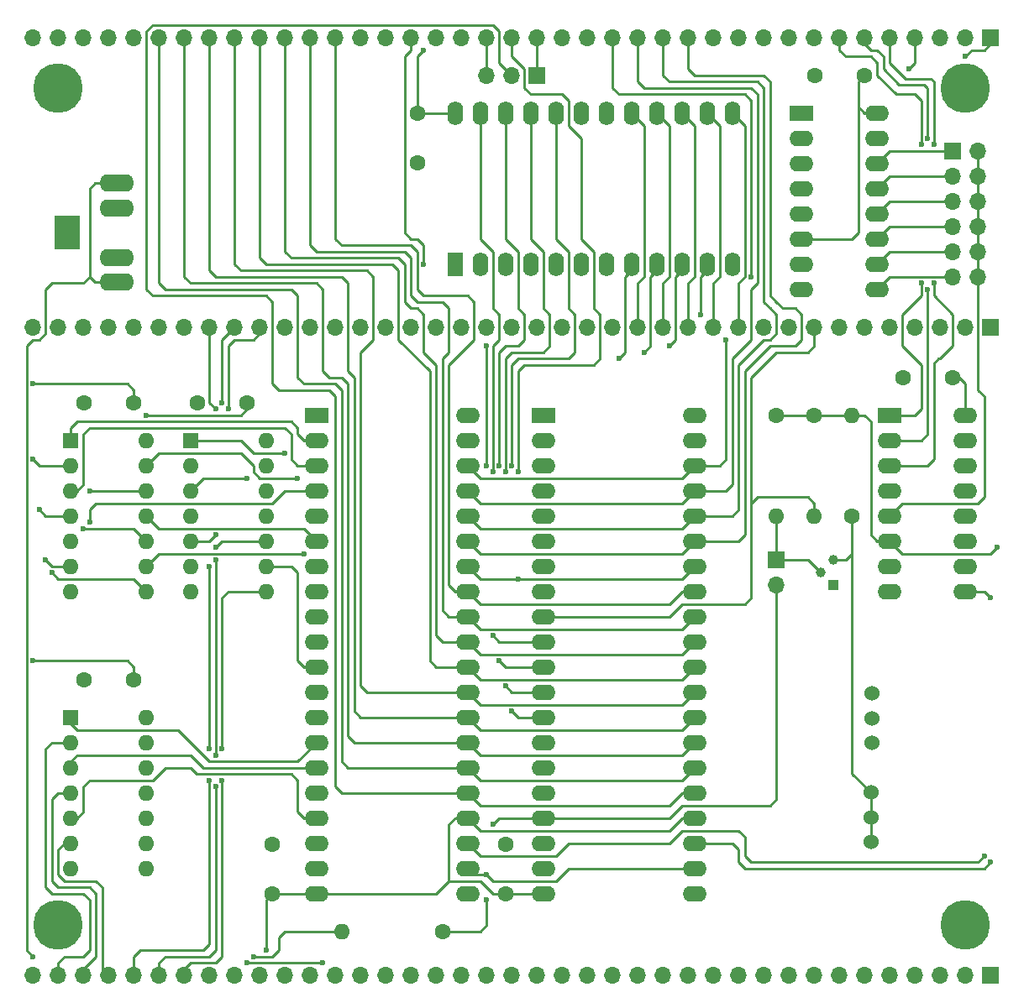
<source format=gtl>
G04 #@! TF.FileFunction,Copper,L1,Top,Signal*
%FSLAX46Y46*%
G04 Gerber Fmt 4.6, Leading zero omitted, Abs format (unit mm)*
G04 Created by KiCad (PCBNEW 4.0.7) date 02/06/20 01:07:45*
%MOMM*%
%LPD*%
G01*
G04 APERTURE LIST*
%ADD10C,0.100000*%
%ADD11C,5.000000*%
%ADD12C,1.600000*%
%ADD13R,2.400000X1.600000*%
%ADD14O,2.400000X1.600000*%
%ADD15R,1.700000X1.700000*%
%ADD16O,1.700000X1.700000*%
%ADD17O,1.600000X1.600000*%
%ADD18R,1.600000X1.600000*%
%ADD19R,1.600000X2.400000*%
%ADD20O,1.600000X2.400000*%
%ADD21C,1.000000*%
%ADD22R,1.000000X1.000000*%
%ADD23C,1.524000*%
%ADD24R,2.500000X3.500000*%
%ADD25O,3.500000X1.750000*%
%ADD26C,0.600000*%
%ADD27C,0.250000*%
G04 APERTURE END LIST*
D10*
D11*
X104140000Y-140335000D03*
X195580000Y-140335000D03*
X195580000Y-55880000D03*
X104140000Y-55880000D03*
D12*
X125730000Y-137160000D03*
X125730000Y-132160000D03*
X194310000Y-85090000D03*
X189310000Y-85090000D03*
D13*
X179070000Y-58420000D03*
D14*
X186690000Y-76200000D03*
X179070000Y-60960000D03*
X186690000Y-73660000D03*
X179070000Y-63500000D03*
X186690000Y-71120000D03*
X179070000Y-66040000D03*
X186690000Y-68580000D03*
X179070000Y-68580000D03*
X186690000Y-66040000D03*
X179070000Y-71120000D03*
X186690000Y-63500000D03*
X179070000Y-73660000D03*
X186690000Y-60960000D03*
X179070000Y-76200000D03*
X186690000Y-58420000D03*
D13*
X130175000Y-88900000D03*
D14*
X145415000Y-137160000D03*
X130175000Y-91440000D03*
X145415000Y-134620000D03*
X130175000Y-93980000D03*
X145415000Y-132080000D03*
X130175000Y-96520000D03*
X145415000Y-129540000D03*
X130175000Y-99060000D03*
X145415000Y-127000000D03*
X130175000Y-101600000D03*
X145415000Y-124460000D03*
X130175000Y-104140000D03*
X145415000Y-121920000D03*
X130175000Y-106680000D03*
X145415000Y-119380000D03*
X130175000Y-109220000D03*
X145415000Y-116840000D03*
X130175000Y-111760000D03*
X145415000Y-114300000D03*
X130175000Y-114300000D03*
X145415000Y-111760000D03*
X130175000Y-116840000D03*
X145415000Y-109220000D03*
X130175000Y-119380000D03*
X145415000Y-106680000D03*
X130175000Y-121920000D03*
X145415000Y-104140000D03*
X130175000Y-124460000D03*
X145415000Y-101600000D03*
X130175000Y-127000000D03*
X145415000Y-99060000D03*
X130175000Y-129540000D03*
X145415000Y-96520000D03*
X130175000Y-132080000D03*
X145415000Y-93980000D03*
X130175000Y-134620000D03*
X145415000Y-91440000D03*
X130175000Y-137160000D03*
X145415000Y-88900000D03*
D13*
X187960000Y-88900000D03*
D14*
X195580000Y-106680000D03*
X187960000Y-91440000D03*
X195580000Y-104140000D03*
X187960000Y-93980000D03*
X195580000Y-101600000D03*
X187960000Y-96520000D03*
X195580000Y-99060000D03*
X187960000Y-99060000D03*
X195580000Y-96520000D03*
X187960000Y-101600000D03*
X195580000Y-93980000D03*
X187960000Y-104140000D03*
X195580000Y-91440000D03*
X187960000Y-106680000D03*
X195580000Y-88900000D03*
D15*
X152400000Y-54610000D03*
D16*
X149860000Y-54610000D03*
X147320000Y-54610000D03*
D12*
X185420000Y-54610000D03*
X180420000Y-54610000D03*
X111760000Y-87630000D03*
X106760000Y-87630000D03*
X123190000Y-87630000D03*
X118190000Y-87630000D03*
D15*
X194310000Y-62230000D03*
D16*
X196850000Y-62230000D03*
X194310000Y-64770000D03*
X196850000Y-64770000D03*
X194310000Y-67310000D03*
X196850000Y-67310000D03*
X194310000Y-69850000D03*
X196850000Y-69850000D03*
X194310000Y-72390000D03*
X196850000Y-72390000D03*
X194310000Y-74930000D03*
X196850000Y-74930000D03*
D15*
X198120000Y-145415000D03*
D16*
X195580000Y-145415000D03*
X193040000Y-145415000D03*
X190500000Y-145415000D03*
X187960000Y-145415000D03*
X185420000Y-145415000D03*
X182880000Y-145415000D03*
X180340000Y-145415000D03*
X177800000Y-145415000D03*
X175260000Y-145415000D03*
X172720000Y-145415000D03*
X170180000Y-145415000D03*
X167640000Y-145415000D03*
X165100000Y-145415000D03*
X162560000Y-145415000D03*
X160020000Y-145415000D03*
X157480000Y-145415000D03*
X154940000Y-145415000D03*
X152400000Y-145415000D03*
X149860000Y-145415000D03*
X147320000Y-145415000D03*
X144780000Y-145415000D03*
X142240000Y-145415000D03*
X139700000Y-145415000D03*
X137160000Y-145415000D03*
X134620000Y-145415000D03*
X132080000Y-145415000D03*
X129540000Y-145415000D03*
X127000000Y-145415000D03*
X124460000Y-145415000D03*
X121920000Y-145415000D03*
X119380000Y-145415000D03*
X116840000Y-145415000D03*
X114300000Y-145415000D03*
X111760000Y-145415000D03*
X109220000Y-145415000D03*
X106680000Y-145415000D03*
X104140000Y-145415000D03*
X101600000Y-145415000D03*
D15*
X198120000Y-80010000D03*
D16*
X195580000Y-80010000D03*
X193040000Y-80010000D03*
X190500000Y-80010000D03*
X187960000Y-80010000D03*
X185420000Y-80010000D03*
X182880000Y-80010000D03*
X180340000Y-80010000D03*
X177800000Y-80010000D03*
X175260000Y-80010000D03*
X172720000Y-80010000D03*
X170180000Y-80010000D03*
X167640000Y-80010000D03*
X165100000Y-80010000D03*
X162560000Y-80010000D03*
X160020000Y-80010000D03*
X157480000Y-80010000D03*
X154940000Y-80010000D03*
X152400000Y-80010000D03*
X149860000Y-80010000D03*
X147320000Y-80010000D03*
X144780000Y-80010000D03*
X142240000Y-80010000D03*
X139700000Y-80010000D03*
X137160000Y-80010000D03*
X134620000Y-80010000D03*
X132080000Y-80010000D03*
X129540000Y-80010000D03*
X127000000Y-80010000D03*
X124460000Y-80010000D03*
X121920000Y-80010000D03*
X119380000Y-80010000D03*
X116840000Y-80010000D03*
X114300000Y-80010000D03*
X111760000Y-80010000D03*
X109220000Y-80010000D03*
X106680000Y-80010000D03*
X104140000Y-80010000D03*
X101600000Y-80010000D03*
D12*
X180340000Y-88900000D03*
D17*
X180340000Y-99060000D03*
D18*
X105410000Y-91440000D03*
D17*
X113030000Y-106680000D03*
X105410000Y-93980000D03*
X113030000Y-104140000D03*
X105410000Y-96520000D03*
X113030000Y-101600000D03*
X105410000Y-99060000D03*
X113030000Y-99060000D03*
X105410000Y-101600000D03*
X113030000Y-96520000D03*
X105410000Y-104140000D03*
X113030000Y-93980000D03*
X105410000Y-106680000D03*
X113030000Y-91440000D03*
D18*
X117475000Y-91440000D03*
D17*
X125095000Y-106680000D03*
X117475000Y-93980000D03*
X125095000Y-104140000D03*
X117475000Y-96520000D03*
X125095000Y-101600000D03*
X117475000Y-99060000D03*
X125095000Y-99060000D03*
X117475000Y-101600000D03*
X125095000Y-96520000D03*
X117475000Y-104140000D03*
X125095000Y-93980000D03*
X117475000Y-106680000D03*
X125095000Y-91440000D03*
D18*
X105410000Y-119380000D03*
D17*
X113030000Y-134620000D03*
X105410000Y-121920000D03*
X113030000Y-132080000D03*
X105410000Y-124460000D03*
X113030000Y-129540000D03*
X105410000Y-127000000D03*
X113030000Y-127000000D03*
X105410000Y-129540000D03*
X113030000Y-124460000D03*
X105410000Y-132080000D03*
X113030000Y-121920000D03*
X105410000Y-134620000D03*
X113030000Y-119380000D03*
D13*
X153035000Y-88900000D03*
D14*
X168275000Y-137160000D03*
X153035000Y-91440000D03*
X168275000Y-134620000D03*
X153035000Y-93980000D03*
X168275000Y-132080000D03*
X153035000Y-96520000D03*
X168275000Y-129540000D03*
X153035000Y-99060000D03*
X168275000Y-127000000D03*
X153035000Y-101600000D03*
X168275000Y-124460000D03*
X153035000Y-104140000D03*
X168275000Y-121920000D03*
X153035000Y-106680000D03*
X168275000Y-119380000D03*
X153035000Y-109220000D03*
X168275000Y-116840000D03*
X153035000Y-111760000D03*
X168275000Y-114300000D03*
X153035000Y-114300000D03*
X168275000Y-111760000D03*
X153035000Y-116840000D03*
X168275000Y-109220000D03*
X153035000Y-119380000D03*
X168275000Y-106680000D03*
X153035000Y-121920000D03*
X168275000Y-104140000D03*
X153035000Y-124460000D03*
X168275000Y-101600000D03*
X153035000Y-127000000D03*
X168275000Y-99060000D03*
X153035000Y-129540000D03*
X168275000Y-96520000D03*
X153035000Y-132080000D03*
X168275000Y-93980000D03*
X153035000Y-134620000D03*
X168275000Y-91440000D03*
X153035000Y-137160000D03*
X168275000Y-88900000D03*
D19*
X144145000Y-73660000D03*
D20*
X172085000Y-58420000D03*
X146685000Y-73660000D03*
X169545000Y-58420000D03*
X149225000Y-73660000D03*
X167005000Y-58420000D03*
X151765000Y-73660000D03*
X164465000Y-58420000D03*
X154305000Y-73660000D03*
X161925000Y-58420000D03*
X156845000Y-73660000D03*
X159385000Y-58420000D03*
X159385000Y-73660000D03*
X156845000Y-58420000D03*
X161925000Y-73660000D03*
X154305000Y-58420000D03*
X164465000Y-73660000D03*
X151765000Y-58420000D03*
X167005000Y-73660000D03*
X149225000Y-58420000D03*
X169545000Y-73660000D03*
X146685000Y-58420000D03*
X172085000Y-73660000D03*
X144145000Y-58420000D03*
D15*
X198120000Y-50800000D03*
D16*
X195580000Y-50800000D03*
X193040000Y-50800000D03*
X190500000Y-50800000D03*
X187960000Y-50800000D03*
X185420000Y-50800000D03*
X182880000Y-50800000D03*
X180340000Y-50800000D03*
X177800000Y-50800000D03*
X175260000Y-50800000D03*
X172720000Y-50800000D03*
X170180000Y-50800000D03*
X167640000Y-50800000D03*
X165100000Y-50800000D03*
X162560000Y-50800000D03*
X160020000Y-50800000D03*
X157480000Y-50800000D03*
X154940000Y-50800000D03*
X152400000Y-50800000D03*
X149860000Y-50800000D03*
X147320000Y-50800000D03*
X144780000Y-50800000D03*
X142240000Y-50800000D03*
X139700000Y-50800000D03*
X137160000Y-50800000D03*
X134620000Y-50800000D03*
X132080000Y-50800000D03*
X129540000Y-50800000D03*
X127000000Y-50800000D03*
X124460000Y-50800000D03*
X121920000Y-50800000D03*
X119380000Y-50800000D03*
X116840000Y-50800000D03*
X114300000Y-50800000D03*
X111760000Y-50800000D03*
X109220000Y-50800000D03*
X106680000Y-50800000D03*
X104140000Y-50800000D03*
X101600000Y-50800000D03*
D12*
X111760000Y-115570000D03*
X106760000Y-115570000D03*
X149225000Y-137160000D03*
X149225000Y-132160000D03*
D21*
X180975000Y-104775000D03*
X182245000Y-103505000D03*
D22*
X182245000Y-106045000D03*
D12*
X184150000Y-99060000D03*
D17*
X184150000Y-88900000D03*
D12*
X176530000Y-88900000D03*
D17*
X176530000Y-99060000D03*
D23*
X186182000Y-121960000D03*
X186055000Y-126960000D03*
X186182000Y-119460000D03*
X186055000Y-129460000D03*
X186055000Y-131960000D03*
X186182000Y-116960000D03*
D24*
X105084000Y-70485000D03*
D25*
X110090000Y-65485000D03*
X110090000Y-75485000D03*
X110090000Y-67985000D03*
X110090000Y-72985000D03*
D15*
X176530000Y-103505000D03*
D16*
X176530000Y-106045000D03*
D12*
X142875000Y-140970000D03*
D17*
X132715000Y-140970000D03*
D12*
X140335000Y-58420000D03*
X140335000Y-63420000D03*
D26*
X140970000Y-52070000D03*
X125095000Y-142875000D03*
X123190000Y-144145000D03*
X101600000Y-113665000D03*
X113030000Y-88900000D03*
X101600000Y-85725000D03*
X130810000Y-144145000D03*
X198755000Y-102235000D03*
X173990000Y-74930000D03*
X171450000Y-81280000D03*
X140970000Y-73660000D03*
X147320000Y-93980000D03*
X147320000Y-81915000D03*
X147320000Y-135255000D03*
X107315000Y-99695000D03*
X128905000Y-102870000D03*
X128270000Y-95250000D03*
X127000000Y-92710000D03*
X123190000Y-95250000D03*
X120015000Y-100965000D03*
X198120000Y-133985000D03*
X198120000Y-107315000D03*
X147955000Y-111125000D03*
X147955000Y-94615000D03*
X148590000Y-93980000D03*
X148590000Y-113665000D03*
X149225000Y-116205000D03*
X149225000Y-94615000D03*
X149860000Y-118745000D03*
X149860000Y-93980000D03*
X195580000Y-52705000D03*
X189865000Y-53975000D03*
X191135000Y-75565000D03*
X191135000Y-61595000D03*
X191770000Y-76200000D03*
X191770000Y-60960000D03*
X192405000Y-75565000D03*
X192405000Y-61595000D03*
X119380000Y-122555000D03*
X119380000Y-125730000D03*
X119380000Y-104140000D03*
X120015000Y-103505000D03*
X120015000Y-102235000D03*
X120015000Y-126365000D03*
X120015000Y-123190000D03*
X120650000Y-125730000D03*
X120650000Y-122555000D03*
X121285000Y-88265000D03*
X120650000Y-87630000D03*
X120015000Y-88265000D03*
X107315000Y-96520000D03*
X106680000Y-100330000D03*
X103505000Y-104775000D03*
X102870000Y-103505000D03*
X102235000Y-98425000D03*
X101600000Y-93345000D03*
X123825000Y-143510000D03*
X101600000Y-143510000D03*
X147320000Y-137795000D03*
X147955000Y-130175000D03*
X197485000Y-133350000D03*
X168910000Y-78740000D03*
X165735000Y-81915000D03*
X163195000Y-82550000D03*
X160655000Y-83185000D03*
X150495000Y-105410000D03*
X150495000Y-94615000D03*
D27*
X140335000Y-58420000D02*
X140335000Y-52705000D01*
X140335000Y-52705000D02*
X140970000Y-52070000D01*
X187960000Y-101600000D02*
X186690000Y-101600000D01*
X185420000Y-88900000D02*
X184150000Y-88900000D01*
X186055000Y-89535000D02*
X185420000Y-88900000D01*
X186055000Y-100965000D02*
X186055000Y-89535000D01*
X186690000Y-101600000D02*
X186055000Y-100965000D01*
X180340000Y-88900000D02*
X184150000Y-88900000D01*
X176530000Y-88900000D02*
X180340000Y-88900000D01*
X144145000Y-135890000D02*
X143510000Y-135890000D01*
X145415000Y-129540000D02*
X144145000Y-129540000D01*
X144145000Y-129540000D02*
X143510000Y-130175000D01*
X143510000Y-130175000D02*
X143510000Y-135890000D01*
X143510000Y-135890000D02*
X142240000Y-137160000D01*
X145415000Y-135890000D02*
X146685000Y-135890000D01*
X146685000Y-135890000D02*
X147955000Y-137160000D01*
X147955000Y-137160000D02*
X149225000Y-137160000D01*
X144145000Y-135890000D02*
X145415000Y-135890000D01*
X130175000Y-137160000D02*
X142240000Y-137160000D01*
X125095000Y-137795000D02*
X125730000Y-137160000D01*
X125095000Y-142875000D02*
X125095000Y-137795000D01*
X123190000Y-144145000D02*
X125730000Y-144145000D01*
X111760000Y-115570000D02*
X111760000Y-114300000D01*
X111125000Y-113665000D02*
X101600000Y-113665000D01*
X111760000Y-114300000D02*
X111125000Y-113665000D01*
X123190000Y-87630000D02*
X123190000Y-88265000D01*
X123190000Y-88265000D02*
X122555000Y-88900000D01*
X122555000Y-88900000D02*
X113030000Y-88900000D01*
X111760000Y-86360000D02*
X111760000Y-87630000D01*
X111125000Y-85725000D02*
X111760000Y-86360000D01*
X101600000Y-85725000D02*
X111125000Y-85725000D01*
X125730000Y-144145000D02*
X130810000Y-144145000D01*
X145415000Y-129540000D02*
X146685000Y-130810000D01*
X167005000Y-129540000D02*
X168275000Y-129540000D01*
X165735000Y-130810000D02*
X167005000Y-129540000D01*
X146685000Y-130810000D02*
X165735000Y-130810000D01*
X149225000Y-137160000D02*
X153035000Y-137160000D01*
X125730000Y-137160000D02*
X130175000Y-137160000D01*
X144145000Y-58420000D02*
X142240000Y-58420000D01*
X142240000Y-58420000D02*
X140335000Y-58420000D01*
X186690000Y-58420000D02*
X185420000Y-58420000D01*
X185420000Y-58420000D02*
X184785000Y-57785000D01*
X184785000Y-58420000D02*
X184785000Y-57785000D01*
X184785000Y-57785000D02*
X184785000Y-55245000D01*
X184785000Y-55245000D02*
X185420000Y-54610000D01*
X184150000Y-71120000D02*
X179070000Y-71120000D01*
X184785000Y-70485000D02*
X184150000Y-71120000D01*
X184785000Y-58420000D02*
X184785000Y-70485000D01*
X187960000Y-101600000D02*
X189230000Y-102870000D01*
X198120000Y-102870000D02*
X198755000Y-102235000D01*
X189230000Y-102870000D02*
X198120000Y-102870000D01*
X194310000Y-85090000D02*
X194945000Y-85090000D01*
X194945000Y-85090000D02*
X195580000Y-85725000D01*
X195580000Y-85725000D02*
X195580000Y-88900000D01*
X172720000Y-101600000D02*
X173355000Y-100965000D01*
X178435000Y-81915000D02*
X179070000Y-81280000D01*
X175895000Y-81915000D02*
X178435000Y-81915000D01*
X173355000Y-84455000D02*
X175895000Y-81915000D01*
X173355000Y-100965000D02*
X173355000Y-84455000D01*
X179070000Y-78740000D02*
X179070000Y-81280000D01*
X178435000Y-78105000D02*
X179070000Y-78740000D01*
X176530000Y-77470000D02*
X177165000Y-78105000D01*
X177165000Y-78105000D02*
X178435000Y-78105000D01*
X168275000Y-101600000D02*
X172720000Y-101600000D01*
X175895000Y-75565000D02*
X175895000Y-76835000D01*
X167640000Y-53975000D02*
X168275000Y-54610000D01*
X168275000Y-54610000D02*
X175260000Y-54610000D01*
X175260000Y-54610000D02*
X175895000Y-55245000D01*
X175895000Y-55245000D02*
X175895000Y-75565000D01*
X167640000Y-53975000D02*
X167640000Y-50800000D01*
X175895000Y-76835000D02*
X176530000Y-77470000D01*
X168275000Y-101600000D02*
X167005000Y-102870000D01*
X146685000Y-102870000D02*
X145415000Y-101600000D01*
X167005000Y-102870000D02*
X146685000Y-102870000D01*
X175895000Y-81280000D02*
X176530000Y-80645000D01*
X175895000Y-81280000D02*
X175260000Y-81280000D01*
X172720000Y-98425000D02*
X172085000Y-99060000D01*
X172720000Y-83820000D02*
X172720000Y-98425000D01*
X175260000Y-81280000D02*
X172720000Y-83820000D01*
X176530000Y-78740000D02*
X175895000Y-78105000D01*
X176530000Y-80645000D02*
X176530000Y-78740000D01*
X165100000Y-54610000D02*
X165735000Y-55245000D01*
X175260000Y-76835000D02*
X175260000Y-77470000D01*
X175260000Y-77470000D02*
X175895000Y-78105000D01*
X165100000Y-50800000D02*
X165100000Y-54610000D01*
X175260000Y-55880000D02*
X175260000Y-76835000D01*
X174625000Y-55245000D02*
X175260000Y-55880000D01*
X165735000Y-55245000D02*
X174625000Y-55245000D01*
X172085000Y-99060000D02*
X168275000Y-99060000D01*
X145415000Y-99060000D02*
X146685000Y-100330000D01*
X167005000Y-100330000D02*
X168275000Y-99060000D01*
X146685000Y-100330000D02*
X167005000Y-100330000D01*
X173355000Y-81915000D02*
X172085000Y-83185000D01*
X173990000Y-81280000D02*
X173355000Y-81915000D01*
X172085000Y-95885000D02*
X171450000Y-96520000D01*
X172085000Y-83185000D02*
X172085000Y-95885000D01*
X173990000Y-76200000D02*
X174625000Y-75565000D01*
X173990000Y-81280000D02*
X173990000Y-76200000D01*
X168275000Y-96520000D02*
X171450000Y-96520000D01*
X162560000Y-55245000D02*
X163195000Y-55880000D01*
X174625000Y-58420000D02*
X174625000Y-75565000D01*
X162560000Y-50800000D02*
X162560000Y-55245000D01*
X174625000Y-56515000D02*
X174625000Y-58420000D01*
X173990000Y-55880000D02*
X174625000Y-56515000D01*
X163195000Y-55880000D02*
X173990000Y-55880000D01*
X168275000Y-96520000D02*
X167005000Y-97790000D01*
X146685000Y-97790000D02*
X145415000Y-96520000D01*
X167005000Y-97790000D02*
X146685000Y-97790000D01*
X171450000Y-81280000D02*
X171450000Y-93345000D01*
X171450000Y-93345000D02*
X170815000Y-93980000D01*
X160020000Y-55880000D02*
X160655000Y-56515000D01*
X173990000Y-57785000D02*
X173990000Y-57150000D01*
X173355000Y-56515000D02*
X172720000Y-56515000D01*
X173990000Y-57150000D02*
X173355000Y-56515000D01*
X160020000Y-50800000D02*
X160020000Y-55880000D01*
X173990000Y-57785000D02*
X173990000Y-74930000D01*
X160655000Y-56515000D02*
X172720000Y-56515000D01*
X170815000Y-93980000D02*
X168275000Y-93980000D01*
X145415000Y-93980000D02*
X146685000Y-95250000D01*
X167005000Y-95250000D02*
X168275000Y-93980000D01*
X146685000Y-95250000D02*
X167005000Y-95250000D01*
X139700000Y-71120000D02*
X139065000Y-70485000D01*
X139065000Y-70485000D02*
X139065000Y-52705000D01*
X147320000Y-135255000D02*
X147955000Y-135890000D01*
X155575000Y-134620000D02*
X154305000Y-135890000D01*
X155575000Y-134620000D02*
X168275000Y-134620000D01*
X147955000Y-135890000D02*
X154305000Y-135890000D01*
X146050000Y-135255000D02*
X147320000Y-135255000D01*
X139700000Y-52070000D02*
X139065000Y-52705000D01*
X139700000Y-52070000D02*
X139700000Y-50800000D01*
X139700000Y-71120000D02*
X140335000Y-71120000D01*
X140335000Y-71120000D02*
X140970000Y-71755000D01*
X140970000Y-71755000D02*
X140970000Y-73660000D01*
X147320000Y-81915000D02*
X147320000Y-93980000D01*
X146050000Y-135255000D02*
X145415000Y-134620000D01*
X168275000Y-106680000D02*
X167005000Y-106680000D01*
X167005000Y-106680000D02*
X165735000Y-107950000D01*
X144780000Y-82550000D02*
X143510000Y-83820000D01*
X132080000Y-71120000D02*
X132715000Y-71755000D01*
X132715000Y-71755000D02*
X139700000Y-71755000D01*
X139700000Y-71755000D02*
X140335000Y-72390000D01*
X140335000Y-72390000D02*
X140335000Y-76200000D01*
X140335000Y-76200000D02*
X140970000Y-76835000D01*
X140970000Y-76835000D02*
X145415000Y-76835000D01*
X145415000Y-76835000D02*
X146050000Y-77470000D01*
X146050000Y-77470000D02*
X146050000Y-81280000D01*
X146050000Y-81280000D02*
X144780000Y-82550000D01*
X132080000Y-50800000D02*
X132080000Y-71120000D01*
X144145000Y-106680000D02*
X145415000Y-106680000D01*
X143510000Y-106045000D02*
X144145000Y-106680000D01*
X143510000Y-83820000D02*
X143510000Y-106045000D01*
X146685000Y-107950000D02*
X145415000Y-106680000D01*
X165735000Y-107950000D02*
X146685000Y-107950000D01*
X143510000Y-80645000D02*
X143510000Y-82550000D01*
X143510000Y-82550000D02*
X142875000Y-83185000D01*
X145415000Y-109220000D02*
X143510000Y-109220000D01*
X143510000Y-109220000D02*
X142875000Y-108585000D01*
X142875000Y-108585000D02*
X142875000Y-83185000D01*
X129540000Y-50800000D02*
X129540000Y-71755000D01*
X129540000Y-71755000D02*
X130175000Y-72390000D01*
X130175000Y-72390000D02*
X139065000Y-72390000D01*
X139065000Y-72390000D02*
X139700000Y-73025000D01*
X139700000Y-73025000D02*
X139700000Y-76835000D01*
X139700000Y-76835000D02*
X140335000Y-77470000D01*
X140335000Y-77470000D02*
X142875000Y-77470000D01*
X142875000Y-77470000D02*
X143510000Y-78105000D01*
X143510000Y-78105000D02*
X143510000Y-80645000D01*
X145415000Y-109220000D02*
X146685000Y-110490000D01*
X167005000Y-110490000D02*
X168275000Y-109220000D01*
X146685000Y-110490000D02*
X167005000Y-110490000D01*
X140970000Y-81280000D02*
X140970000Y-82550000D01*
X140970000Y-82550000D02*
X142240000Y-83820000D01*
X142240000Y-90805000D02*
X142240000Y-83820000D01*
X145415000Y-111760000D02*
X142875000Y-111760000D01*
X142240000Y-90805000D02*
X142240000Y-111125000D01*
X142240000Y-111125000D02*
X142875000Y-111760000D01*
X127000000Y-72390000D02*
X127000000Y-50800000D01*
X127635000Y-73025000D02*
X127000000Y-72390000D01*
X138430000Y-73025000D02*
X127635000Y-73025000D01*
X139065000Y-73660000D02*
X138430000Y-73025000D01*
X139065000Y-77470000D02*
X139065000Y-73660000D01*
X139700000Y-78105000D02*
X139065000Y-77470000D01*
X140335000Y-78105000D02*
X139700000Y-78105000D01*
X140970000Y-78740000D02*
X140335000Y-78105000D01*
X140970000Y-81280000D02*
X140970000Y-78740000D01*
X168275000Y-111760000D02*
X167005000Y-113030000D01*
X146685000Y-113030000D02*
X145415000Y-111760000D01*
X167005000Y-113030000D02*
X146685000Y-113030000D01*
X141605000Y-91440000D02*
X141605000Y-84455000D01*
X141605000Y-84455000D02*
X138430000Y-81280000D01*
X142240000Y-114300000D02*
X141605000Y-113665000D01*
X142240000Y-114300000D02*
X145415000Y-114300000D01*
X141605000Y-113665000D02*
X141605000Y-91440000D01*
X124460000Y-50800000D02*
X124460000Y-73025000D01*
X138430000Y-74295000D02*
X138430000Y-81280000D01*
X137795000Y-73660000D02*
X138430000Y-74295000D01*
X125095000Y-73660000D02*
X137795000Y-73660000D01*
X124460000Y-73025000D02*
X125095000Y-73660000D01*
X145415000Y-114300000D02*
X146685000Y-115570000D01*
X167005000Y-115570000D02*
X168275000Y-114300000D01*
X146685000Y-115570000D02*
X167005000Y-115570000D01*
X134620000Y-85090000D02*
X134620000Y-82550000D01*
X134620000Y-82550000D02*
X135890000Y-81280000D01*
X145415000Y-116840000D02*
X135255000Y-116840000D01*
X121920000Y-73660000D02*
X121920000Y-50800000D01*
X122555000Y-74295000D02*
X121920000Y-73660000D01*
X135255000Y-74295000D02*
X122555000Y-74295000D01*
X135890000Y-74930000D02*
X135255000Y-74295000D01*
X135890000Y-81280000D02*
X135890000Y-74930000D01*
X134620000Y-116205000D02*
X134620000Y-85090000D01*
X135255000Y-116840000D02*
X134620000Y-116205000D01*
X168275000Y-116840000D02*
X167005000Y-118110000D01*
X146685000Y-118110000D02*
X145415000Y-116840000D01*
X167005000Y-118110000D02*
X146685000Y-118110000D01*
X119380000Y-50800000D02*
X119380000Y-74295000D01*
X134620000Y-119380000D02*
X145415000Y-119380000D01*
X133985000Y-118745000D02*
X134620000Y-119380000D01*
X133985000Y-85090000D02*
X133985000Y-118745000D01*
X133350000Y-84455000D02*
X133985000Y-85090000D01*
X133350000Y-75565000D02*
X133350000Y-84455000D01*
X132715000Y-74930000D02*
X133350000Y-75565000D01*
X120015000Y-74930000D02*
X132715000Y-74930000D01*
X119380000Y-74295000D02*
X120015000Y-74930000D01*
X145415000Y-119380000D02*
X146685000Y-120650000D01*
X167005000Y-120650000D02*
X168275000Y-119380000D01*
X146685000Y-120650000D02*
X167005000Y-120650000D01*
X145415000Y-121920000D02*
X133985000Y-121920000D01*
X116840000Y-74930000D02*
X116840000Y-50800000D01*
X117475000Y-75565000D02*
X116840000Y-74930000D01*
X130175000Y-75565000D02*
X117475000Y-75565000D01*
X130810000Y-76200000D02*
X130175000Y-75565000D01*
X130810000Y-84455000D02*
X130810000Y-76200000D01*
X131445000Y-85090000D02*
X130810000Y-84455000D01*
X132715000Y-85090000D02*
X131445000Y-85090000D01*
X133350000Y-85725000D02*
X132715000Y-85090000D01*
X133350000Y-121285000D02*
X133350000Y-85725000D01*
X133985000Y-121920000D02*
X133350000Y-121285000D01*
X168275000Y-121920000D02*
X167005000Y-123190000D01*
X146685000Y-123190000D02*
X145415000Y-121920000D01*
X167005000Y-123190000D02*
X146685000Y-123190000D01*
X114300000Y-50800000D02*
X114300000Y-75565000D01*
X133350000Y-124460000D02*
X145415000Y-124460000D01*
X132715000Y-123825000D02*
X133350000Y-124460000D01*
X132715000Y-86360000D02*
X132715000Y-123825000D01*
X132080000Y-85725000D02*
X132715000Y-86360000D01*
X128905000Y-85725000D02*
X132080000Y-85725000D01*
X128270000Y-85090000D02*
X128905000Y-85725000D01*
X128270000Y-76835000D02*
X128270000Y-85090000D01*
X127635000Y-76200000D02*
X128270000Y-76835000D01*
X114935000Y-76200000D02*
X127635000Y-76200000D01*
X114300000Y-75565000D02*
X114935000Y-76200000D01*
X145415000Y-124460000D02*
X146685000Y-125730000D01*
X167005000Y-125730000D02*
X168275000Y-124460000D01*
X146685000Y-125730000D02*
X167005000Y-125730000D01*
X194310000Y-62230000D02*
X187960000Y-62230000D01*
X187960000Y-62230000D02*
X186690000Y-63500000D01*
X196850000Y-74930000D02*
X196850000Y-86360000D01*
X189230000Y-97790000D02*
X187960000Y-99060000D01*
X196850000Y-97790000D02*
X189230000Y-97790000D01*
X197485000Y-97155000D02*
X196850000Y-97790000D01*
X197485000Y-86995000D02*
X197485000Y-97155000D01*
X196850000Y-86360000D02*
X197485000Y-86995000D01*
X196850000Y-64770000D02*
X196850000Y-62230000D01*
X196850000Y-67310000D02*
X196850000Y-64770000D01*
X196850000Y-69850000D02*
X196850000Y-67310000D01*
X196850000Y-72390000D02*
X196850000Y-69850000D01*
X196850000Y-74930000D02*
X196850000Y-72390000D01*
X194310000Y-64770000D02*
X187960000Y-64770000D01*
X187960000Y-64770000D02*
X186690000Y-66040000D01*
X194310000Y-67310000D02*
X187960000Y-67310000D01*
X187960000Y-67310000D02*
X186690000Y-68580000D01*
X194310000Y-69850000D02*
X187960000Y-69850000D01*
X187960000Y-69850000D02*
X186690000Y-71120000D01*
X194310000Y-72390000D02*
X187960000Y-72390000D01*
X187960000Y-72390000D02*
X186690000Y-73660000D01*
X194310000Y-74930000D02*
X187960000Y-74930000D01*
X187960000Y-74930000D02*
X186690000Y-76200000D01*
X168275000Y-127000000D02*
X167005000Y-127000000D01*
X167005000Y-127000000D02*
X165735000Y-128270000D01*
X148590000Y-50165000D02*
X147955000Y-49530000D01*
X113665000Y-49530000D02*
X113030000Y-50165000D01*
X147955000Y-49530000D02*
X113665000Y-49530000D01*
X113030000Y-60960000D02*
X113030000Y-76200000D01*
X132715000Y-127000000D02*
X132080000Y-126365000D01*
X132080000Y-126365000D02*
X132080000Y-86995000D01*
X132080000Y-86995000D02*
X131445000Y-86360000D01*
X131445000Y-86360000D02*
X126365000Y-86360000D01*
X126365000Y-86360000D02*
X125730000Y-85725000D01*
X125730000Y-85725000D02*
X125730000Y-77470000D01*
X145415000Y-127000000D02*
X132715000Y-127000000D01*
X148590000Y-53340000D02*
X148590000Y-50165000D01*
X113030000Y-50165000D02*
X113030000Y-60960000D01*
X148590000Y-53340000D02*
X149860000Y-54610000D01*
X125095000Y-76835000D02*
X125730000Y-77470000D01*
X113665000Y-76835000D02*
X125095000Y-76835000D01*
X113030000Y-76200000D02*
X113665000Y-76835000D01*
X145415000Y-127000000D02*
X146685000Y-128270000D01*
X146685000Y-128270000D02*
X165735000Y-128270000D01*
X128270000Y-90170000D02*
X127635000Y-89535000D01*
X127635000Y-89535000D02*
X106045000Y-89535000D01*
X106045000Y-89535000D02*
X105410000Y-90170000D01*
X105410000Y-91440000D02*
X105410000Y-90170000D01*
X128905000Y-91440000D02*
X130175000Y-91440000D01*
X128270000Y-90805000D02*
X128905000Y-91440000D01*
X128270000Y-90170000D02*
X128270000Y-90805000D01*
X127000000Y-90170000D02*
X127635000Y-90805000D01*
X106680000Y-90805000D02*
X107315000Y-90170000D01*
X106045000Y-96520000D02*
X106680000Y-95885000D01*
X106680000Y-95885000D02*
X106680000Y-90805000D01*
X107315000Y-90170000D02*
X127000000Y-90170000D01*
X127635000Y-91440000D02*
X127635000Y-93345000D01*
X128270000Y-93980000D02*
X128905000Y-93980000D01*
X127635000Y-93345000D02*
X128270000Y-93980000D01*
X127635000Y-90805000D02*
X127635000Y-91440000D01*
X128905000Y-93980000D02*
X130175000Y-93980000D01*
X105410000Y-96520000D02*
X106045000Y-96520000D01*
X130175000Y-96520000D02*
X127000000Y-96520000D01*
X127000000Y-96520000D02*
X125730000Y-97790000D01*
X125730000Y-97790000D02*
X107950000Y-97790000D01*
X107315000Y-98425000D02*
X107315000Y-99695000D01*
X107950000Y-97790000D02*
X107315000Y-98425000D01*
X114300000Y-102870000D02*
X113030000Y-104140000D01*
X128905000Y-102870000D02*
X114300000Y-102870000D01*
X113030000Y-99060000D02*
X114300000Y-100330000D01*
X128905000Y-100330000D02*
X130175000Y-101600000D01*
X114300000Y-100330000D02*
X128905000Y-100330000D01*
X123190000Y-93345000D02*
X123825000Y-93980000D01*
X123825000Y-94615000D02*
X124460000Y-95250000D01*
X123825000Y-93980000D02*
X123825000Y-94615000D01*
X122555000Y-92710000D02*
X123190000Y-93345000D01*
X114300000Y-92710000D02*
X122555000Y-92710000D01*
X113030000Y-93980000D02*
X114300000Y-92710000D01*
X124460000Y-95250000D02*
X128270000Y-95250000D01*
X117475000Y-91440000D02*
X122555000Y-91440000D01*
X123825000Y-92710000D02*
X127000000Y-92710000D01*
X122555000Y-91440000D02*
X123825000Y-92710000D01*
X123190000Y-95250000D02*
X118745000Y-95250000D01*
X118745000Y-95250000D02*
X117475000Y-96520000D01*
X120015000Y-100965000D02*
X119380000Y-101600000D01*
X117475000Y-101600000D02*
X119380000Y-101600000D01*
X125095000Y-104140000D02*
X127635000Y-104140000D01*
X128905000Y-114300000D02*
X130175000Y-114300000D01*
X128270000Y-113665000D02*
X128905000Y-114300000D01*
X128270000Y-104775000D02*
X128270000Y-113665000D01*
X127635000Y-104140000D02*
X128270000Y-104775000D01*
X118745000Y-123190000D02*
X116205000Y-120650000D01*
X113665000Y-120650000D02*
X116205000Y-120650000D01*
X106680000Y-120650000D02*
X106045000Y-120650000D01*
X106045000Y-120650000D02*
X105410000Y-120015000D01*
X113665000Y-120650000D02*
X106680000Y-120650000D01*
X118745000Y-123190000D02*
X119380000Y-123825000D01*
X105410000Y-120015000D02*
X105410000Y-119380000D01*
X128270000Y-123825000D02*
X130175000Y-121920000D01*
X119380000Y-123825000D02*
X128270000Y-123825000D01*
X118745000Y-124460000D02*
X118110000Y-123825000D01*
X117475000Y-123190000D02*
X114300000Y-123190000D01*
X118110000Y-123825000D02*
X117475000Y-123190000D01*
X106680000Y-123190000D02*
X106045000Y-123190000D01*
X106045000Y-123190000D02*
X105410000Y-123825000D01*
X105410000Y-123825000D02*
X105410000Y-124460000D01*
X113665000Y-123190000D02*
X114300000Y-123190000D01*
X106680000Y-123190000D02*
X113665000Y-123190000D01*
X130175000Y-124460000D02*
X118745000Y-124460000D01*
X113665000Y-125730000D02*
X114935000Y-124460000D01*
X117475000Y-124460000D02*
X118110000Y-125095000D01*
X114935000Y-124460000D02*
X117475000Y-124460000D01*
X107315000Y-125730000D02*
X106680000Y-126365000D01*
X106680000Y-128905000D02*
X106045000Y-129540000D01*
X106680000Y-126365000D02*
X106680000Y-128905000D01*
X106045000Y-129540000D02*
X105410000Y-129540000D01*
X128270000Y-125730000D02*
X128270000Y-126365000D01*
X127635000Y-125095000D02*
X128270000Y-125730000D01*
X118110000Y-125095000D02*
X127635000Y-125095000D01*
X128270000Y-128270000D02*
X128270000Y-128905000D01*
X128270000Y-128270000D02*
X128270000Y-126365000D01*
X128270000Y-128905000D02*
X128905000Y-129540000D01*
X128905000Y-129540000D02*
X130175000Y-129540000D01*
X104775000Y-129540000D02*
X105410000Y-129540000D01*
X113665000Y-125730000D02*
X107315000Y-125730000D01*
X172720000Y-133985000D02*
X173355000Y-134620000D01*
X197485000Y-134620000D02*
X173355000Y-134620000D01*
X197485000Y-134620000D02*
X198120000Y-133985000D01*
X168275000Y-132080000D02*
X171450000Y-132080000D01*
X197485000Y-106680000D02*
X198120000Y-107315000D01*
X197485000Y-106680000D02*
X195580000Y-106680000D01*
X172085000Y-132080000D02*
X171450000Y-132080000D01*
X172720000Y-132715000D02*
X172085000Y-132080000D01*
X172720000Y-133985000D02*
X172720000Y-132715000D01*
X147955000Y-81915000D02*
X147955000Y-94615000D01*
X147955000Y-111125000D02*
X148590000Y-111760000D01*
X146685000Y-58420000D02*
X146685000Y-71120000D01*
X148590000Y-111760000D02*
X153035000Y-111760000D01*
X148590000Y-81280000D02*
X147955000Y-81915000D01*
X148590000Y-78740000D02*
X148590000Y-81280000D01*
X147955000Y-78105000D02*
X148590000Y-78740000D01*
X147955000Y-72390000D02*
X147955000Y-78105000D01*
X146685000Y-71120000D02*
X147955000Y-72390000D01*
X149225000Y-114300000D02*
X148590000Y-113665000D01*
X148590000Y-93980000D02*
X148590000Y-82550000D01*
X149225000Y-71120000D02*
X150495000Y-72390000D01*
X149225000Y-58420000D02*
X149225000Y-71120000D01*
X149225000Y-81915000D02*
X148590000Y-82550000D01*
X150495000Y-81915000D02*
X149225000Y-81915000D01*
X151130000Y-81280000D02*
X150495000Y-81915000D01*
X151130000Y-78740000D02*
X151130000Y-81280000D01*
X150495000Y-78105000D02*
X151130000Y-78740000D01*
X150495000Y-72390000D02*
X150495000Y-78105000D01*
X149225000Y-114300000D02*
X153035000Y-114300000D01*
X149225000Y-83185000D02*
X149225000Y-94615000D01*
X149225000Y-116205000D02*
X149860000Y-116840000D01*
X151765000Y-58420000D02*
X151765000Y-71120000D01*
X149860000Y-116840000D02*
X153035000Y-116840000D01*
X149860000Y-82550000D02*
X149225000Y-83185000D01*
X153035000Y-82550000D02*
X149860000Y-82550000D01*
X153670000Y-81915000D02*
X153035000Y-82550000D01*
X153670000Y-78740000D02*
X153670000Y-81915000D01*
X153035000Y-78105000D02*
X153670000Y-78740000D01*
X153035000Y-72390000D02*
X153035000Y-78105000D01*
X151765000Y-71120000D02*
X153035000Y-72390000D01*
X149860000Y-83820000D02*
X149860000Y-93980000D01*
X149860000Y-118745000D02*
X150495000Y-119380000D01*
X154305000Y-58420000D02*
X154305000Y-71120000D01*
X150495000Y-119380000D02*
X153035000Y-119380000D01*
X150495000Y-83185000D02*
X149860000Y-83820000D01*
X155575000Y-83185000D02*
X150495000Y-83185000D01*
X156210000Y-82550000D02*
X155575000Y-83185000D01*
X156210000Y-78740000D02*
X156210000Y-82550000D01*
X155575000Y-78105000D02*
X156210000Y-78740000D01*
X155575000Y-72390000D02*
X155575000Y-78105000D01*
X154305000Y-71120000D02*
X155575000Y-72390000D01*
X195580000Y-52705000D02*
X196215000Y-52070000D01*
X197485000Y-52070000D02*
X198120000Y-51435000D01*
X196215000Y-52070000D02*
X197485000Y-52070000D01*
X198120000Y-51435000D02*
X198120000Y-50800000D01*
X189865000Y-53975000D02*
X190500000Y-53340000D01*
X190500000Y-53340000D02*
X190500000Y-50800000D01*
X191135000Y-76835000D02*
X189230000Y-78740000D01*
X189230000Y-78740000D02*
X189230000Y-79375000D01*
X188595000Y-56515000D02*
X190500000Y-56515000D01*
X191135000Y-75565000D02*
X191135000Y-76835000D01*
X191135000Y-57150000D02*
X191135000Y-61595000D01*
X190500000Y-56515000D02*
X191135000Y-57150000D01*
X189865000Y-88900000D02*
X190500000Y-88900000D01*
X191135000Y-83820000D02*
X190500000Y-83185000D01*
X191135000Y-88265000D02*
X191135000Y-83820000D01*
X190500000Y-88900000D02*
X191135000Y-88265000D01*
X186690000Y-53975000D02*
X186690000Y-54610000D01*
X182880000Y-52070000D02*
X183515000Y-52705000D01*
X183515000Y-52705000D02*
X186055000Y-52705000D01*
X186055000Y-52705000D02*
X186690000Y-53340000D01*
X186690000Y-53340000D02*
X186690000Y-53975000D01*
X182880000Y-50800000D02*
X182880000Y-52070000D01*
X186690000Y-54610000D02*
X188595000Y-56515000D01*
X189865000Y-88900000D02*
X187960000Y-88900000D01*
X189230000Y-81915000D02*
X190500000Y-83185000D01*
X189230000Y-81280000D02*
X189230000Y-81915000D01*
X189230000Y-79375000D02*
X189230000Y-81280000D01*
X188912500Y-55562500D02*
X191452500Y-55562500D01*
X191770000Y-76200000D02*
X191770000Y-78740000D01*
X191770000Y-55880000D02*
X191770000Y-60960000D01*
X191452500Y-55562500D02*
X191770000Y-55880000D01*
X191135000Y-91440000D02*
X191770000Y-90805000D01*
X187960000Y-91440000D02*
X191135000Y-91440000D01*
X191770000Y-90805000D02*
X191770000Y-78740000D01*
X185420000Y-50800000D02*
X185420000Y-51435000D01*
X185420000Y-51435000D02*
X186055000Y-52070000D01*
X187325000Y-52705000D02*
X187325000Y-53975000D01*
X186690000Y-52070000D02*
X187325000Y-52705000D01*
X186055000Y-52070000D02*
X186690000Y-52070000D01*
X187325000Y-53975000D02*
X188912500Y-55562500D01*
X191452500Y-54927500D02*
X192087500Y-54927500D01*
X192405000Y-75565000D02*
X192405000Y-76835000D01*
X192405000Y-55245000D02*
X192405000Y-61595000D01*
X192087500Y-54927500D02*
X192405000Y-55245000D01*
X189547500Y-54927500D02*
X191452500Y-54927500D01*
X192405000Y-76835000D02*
X194310000Y-78740000D01*
X193040000Y-83185000D02*
X192855002Y-83185000D01*
X192405000Y-93345000D02*
X191770000Y-93980000D01*
X192405000Y-83635002D02*
X192405000Y-93345000D01*
X192855002Y-83185000D02*
X192405000Y-83635002D01*
X191770000Y-93980000D02*
X187960000Y-93980000D01*
X194310000Y-81915000D02*
X193040000Y-83185000D01*
X194310000Y-78740000D02*
X194310000Y-81915000D01*
X187960000Y-53340000D02*
X189547500Y-54927500D01*
X187960000Y-50800000D02*
X187960000Y-53340000D01*
X184150000Y-102870000D02*
X184150000Y-125055000D01*
X184150000Y-125055000D02*
X186055000Y-126960000D01*
X184150000Y-99060000D02*
X184150000Y-102870000D01*
X183515000Y-103505000D02*
X182245000Y-103505000D01*
X184150000Y-102870000D02*
X183515000Y-103505000D01*
X186055000Y-129460000D02*
X186055000Y-126960000D01*
X186055000Y-131960000D02*
X186055000Y-129460000D01*
X105410000Y-132080000D02*
X104775000Y-132080000D01*
X104775000Y-132080000D02*
X104140000Y-132715000D01*
X104140000Y-132715000D02*
X104140000Y-135255000D01*
X104140000Y-135255000D02*
X104775000Y-135890000D01*
X104775000Y-135890000D02*
X107950000Y-135890000D01*
X107950000Y-135890000D02*
X108585000Y-136525000D01*
X108585000Y-136525000D02*
X108585000Y-144780000D01*
X108585000Y-144780000D02*
X109220000Y-145415000D01*
X105410000Y-127000000D02*
X104140000Y-127000000D01*
X107315000Y-136525000D02*
X107950000Y-137160000D01*
X104140000Y-136525000D02*
X107315000Y-136525000D01*
X103505000Y-135890000D02*
X104140000Y-136525000D01*
X103505000Y-127635000D02*
X103505000Y-135890000D01*
X104140000Y-127000000D02*
X103505000Y-127635000D01*
X106680000Y-145415000D02*
X106680000Y-144780000D01*
X106680000Y-144780000D02*
X107950000Y-143510000D01*
X107950000Y-143510000D02*
X107950000Y-137160000D01*
X107315000Y-137795000D02*
X106680000Y-137160000D01*
X103505000Y-121920000D02*
X105410000Y-121920000D01*
X102870000Y-122555000D02*
X103505000Y-121920000D01*
X102870000Y-136525000D02*
X102870000Y-122555000D01*
X103505000Y-137160000D02*
X102870000Y-136525000D01*
X106680000Y-137160000D02*
X103505000Y-137160000D01*
X107315000Y-139065000D02*
X107315000Y-137795000D01*
X104140000Y-144145000D02*
X104775000Y-143510000D01*
X104775000Y-143510000D02*
X106680000Y-143510000D01*
X106680000Y-143510000D02*
X107315000Y-142875000D01*
X107315000Y-142875000D02*
X107315000Y-139065000D01*
X104140000Y-145415000D02*
X104140000Y-144145000D01*
X119380000Y-139700000D02*
X119380000Y-142240000D01*
X119380000Y-125730000D02*
X119380000Y-139700000D01*
X119380000Y-104140000D02*
X119380000Y-122555000D01*
X111760000Y-143510000D02*
X111760000Y-145415000D01*
X112395000Y-142875000D02*
X111760000Y-143510000D01*
X118745000Y-142875000D02*
X112395000Y-142875000D01*
X119380000Y-142240000D02*
X118745000Y-142875000D01*
X120650000Y-101600000D02*
X120015000Y-102235000D01*
X125095000Y-101600000D02*
X120650000Y-101600000D01*
X114300000Y-144145000D02*
X114935000Y-143510000D01*
X114935000Y-143510000D02*
X119380000Y-143510000D01*
X119380000Y-143510000D02*
X120015000Y-142875000D01*
X120015000Y-142875000D02*
X120015000Y-126365000D01*
X114300000Y-144145000D02*
X114300000Y-145415000D01*
X120015000Y-123190000D02*
X120015000Y-103505000D01*
X125095000Y-101600000D02*
X124460000Y-101600000D01*
X125095000Y-106680000D02*
X121285000Y-106680000D01*
X117475000Y-144145000D02*
X116840000Y-144780000D01*
X120015000Y-144145000D02*
X117475000Y-144145000D01*
X120650000Y-143510000D02*
X120015000Y-144145000D01*
X120650000Y-125730000D02*
X120650000Y-143510000D01*
X120650000Y-107315000D02*
X120650000Y-122555000D01*
X121285000Y-106680000D02*
X120650000Y-107315000D01*
X116840000Y-144780000D02*
X116840000Y-145415000D01*
X124460000Y-80010000D02*
X124460000Y-80645000D01*
X124460000Y-80645000D02*
X123825000Y-81280000D01*
X121285000Y-81915000D02*
X121285000Y-88265000D01*
X121920000Y-81280000D02*
X121285000Y-81915000D01*
X123825000Y-81280000D02*
X121920000Y-81280000D01*
X120650000Y-86995000D02*
X120650000Y-81280000D01*
X120650000Y-81280000D02*
X121920000Y-80010000D01*
X120650000Y-86995000D02*
X120650000Y-87630000D01*
X119380000Y-80010000D02*
X119380000Y-87630000D01*
X119380000Y-87630000D02*
X120015000Y-88265000D01*
X113030000Y-96520000D02*
X107315000Y-96520000D01*
X111760000Y-100330000D02*
X113030000Y-101600000D01*
X106680000Y-100330000D02*
X111760000Y-100330000D01*
X111760000Y-105410000D02*
X113030000Y-106680000D01*
X104140000Y-105410000D02*
X111760000Y-105410000D01*
X103505000Y-104775000D02*
X104140000Y-105410000D01*
X103505000Y-104140000D02*
X105410000Y-104140000D01*
X102870000Y-103505000D02*
X103505000Y-104140000D01*
X105410000Y-104140000D02*
X104775000Y-104140000D01*
X104140000Y-99060000D02*
X102870000Y-99060000D01*
X102870000Y-99060000D02*
X102235000Y-98425000D01*
X104140000Y-99060000D02*
X105410000Y-99060000D01*
X102235000Y-93980000D02*
X103505000Y-93980000D01*
X101600000Y-93345000D02*
X102235000Y-93980000D01*
X103505000Y-93980000D02*
X105410000Y-93980000D01*
X132715000Y-140970000D02*
X127000000Y-140970000D01*
X126365000Y-142875000D02*
X125730000Y-143510000D01*
X126365000Y-141605000D02*
X126365000Y-142875000D01*
X127000000Y-140970000D02*
X126365000Y-141605000D01*
X102870000Y-80645000D02*
X102235000Y-81280000D01*
X106680000Y-75565000D02*
X103505000Y-75565000D01*
X103505000Y-75565000D02*
X102870000Y-76200000D01*
X102870000Y-76200000D02*
X102870000Y-80645000D01*
X107315000Y-74930000D02*
X106680000Y-75565000D01*
X123825000Y-143510000D02*
X125730000Y-143510000D01*
X100965000Y-142875000D02*
X101600000Y-143510000D01*
X100965000Y-82550000D02*
X100965000Y-142875000D01*
X102235000Y-81280000D02*
X101600000Y-81280000D01*
X101600000Y-81280000D02*
X100965000Y-81915000D01*
X100965000Y-81915000D02*
X100965000Y-82550000D01*
X110090000Y-75485000D02*
X107870000Y-75485000D01*
X107870000Y-65485000D02*
X110090000Y-65485000D01*
X107315000Y-66040000D02*
X107870000Y-65485000D01*
X107315000Y-74930000D02*
X107315000Y-66040000D01*
X107870000Y-75485000D02*
X107315000Y-74930000D01*
X176530000Y-99060000D02*
X176530000Y-103505000D01*
X176530000Y-103505000D02*
X179705000Y-103505000D01*
X179705000Y-103505000D02*
X180975000Y-104775000D01*
X153035000Y-129540000D02*
X148590000Y-129540000D01*
X146685000Y-140970000D02*
X142875000Y-140970000D01*
X147320000Y-140335000D02*
X146685000Y-140970000D01*
X147320000Y-137795000D02*
X147320000Y-140335000D01*
X148590000Y-129540000D02*
X147955000Y-130175000D01*
X165735000Y-129540000D02*
X167005000Y-128270000D01*
X154305000Y-129540000D02*
X165735000Y-129540000D01*
X176530000Y-127635000D02*
X176530000Y-106045000D01*
X175895000Y-128270000D02*
X176530000Y-127635000D01*
X167005000Y-128270000D02*
X175895000Y-128270000D01*
X154305000Y-129540000D02*
X153035000Y-129540000D01*
X152400000Y-54610000D02*
X152400000Y-50800000D01*
X147320000Y-54610000D02*
X147320000Y-50800000D01*
X173355000Y-133350000D02*
X173990000Y-133985000D01*
X196850000Y-133985000D02*
X197485000Y-133350000D01*
X173990000Y-133985000D02*
X196850000Y-133985000D01*
X165735000Y-132080000D02*
X155575000Y-132080000D01*
X155575000Y-132080000D02*
X154305000Y-133350000D01*
X145415000Y-132080000D02*
X146685000Y-133350000D01*
X146685000Y-133350000D02*
X154305000Y-133350000D01*
X165735000Y-132080000D02*
X167005000Y-130810000D01*
X173355000Y-131445000D02*
X173355000Y-133350000D01*
X172720000Y-130810000D02*
X173355000Y-131445000D01*
X167005000Y-130810000D02*
X172720000Y-130810000D01*
X173990000Y-97790000D02*
X174625000Y-97155000D01*
X180340000Y-97790000D02*
X180340000Y-99060000D01*
X179705000Y-97155000D02*
X180340000Y-97790000D01*
X174625000Y-97155000D02*
X179705000Y-97155000D01*
X180340000Y-81915000D02*
X179705000Y-82550000D01*
X173990000Y-107315000D02*
X173355000Y-107950000D01*
X173990000Y-85090000D02*
X173990000Y-97790000D01*
X173990000Y-97790000D02*
X173990000Y-107315000D01*
X176530000Y-82550000D02*
X173990000Y-85090000D01*
X179705000Y-82550000D02*
X176530000Y-82550000D01*
X180340000Y-80010000D02*
X180340000Y-81915000D01*
X170180000Y-107950000D02*
X167005000Y-107950000D01*
X173355000Y-107950000D02*
X170180000Y-107950000D01*
X165735000Y-109220000D02*
X153035000Y-109220000D01*
X167005000Y-107950000D02*
X165735000Y-109220000D01*
X162560000Y-80010000D02*
X162560000Y-75565000D01*
X163195000Y-59690000D02*
X161925000Y-58420000D01*
X163195000Y-74930000D02*
X163195000Y-59690000D01*
X162560000Y-75565000D02*
X163195000Y-74930000D01*
X165100000Y-80010000D02*
X165100000Y-75565000D01*
X165735000Y-59690000D02*
X164465000Y-58420000D01*
X165735000Y-74930000D02*
X165735000Y-59690000D01*
X165100000Y-75565000D02*
X165735000Y-74930000D01*
X167640000Y-80010000D02*
X167640000Y-75565000D01*
X168275000Y-59690000D02*
X167005000Y-58420000D01*
X168275000Y-74930000D02*
X168275000Y-59690000D01*
X167640000Y-75565000D02*
X168275000Y-74930000D01*
X170180000Y-80010000D02*
X170180000Y-75565000D01*
X170815000Y-59690000D02*
X169545000Y-58420000D01*
X170815000Y-74930000D02*
X170815000Y-59690000D01*
X170180000Y-75565000D02*
X170815000Y-74930000D01*
X172720000Y-80010000D02*
X172720000Y-75565000D01*
X173355000Y-59690000D02*
X172085000Y-58420000D01*
X173355000Y-74930000D02*
X173355000Y-59690000D01*
X172720000Y-75565000D02*
X173355000Y-74930000D01*
X168910000Y-78740000D02*
X168910000Y-74930000D01*
X168910000Y-74930000D02*
X169545000Y-74295000D01*
X169545000Y-74295000D02*
X169545000Y-73660000D01*
X166370000Y-74930000D02*
X167005000Y-74295000D01*
X166370000Y-81280000D02*
X166370000Y-74930000D01*
X165735000Y-81915000D02*
X166370000Y-81280000D01*
X167005000Y-74295000D02*
X167005000Y-73660000D01*
X163830000Y-74930000D02*
X164465000Y-74295000D01*
X163830000Y-81915000D02*
X163830000Y-74930000D01*
X163195000Y-82550000D02*
X163830000Y-81915000D01*
X164465000Y-74295000D02*
X164465000Y-73660000D01*
X161290000Y-74930000D02*
X161925000Y-74295000D01*
X161290000Y-82550000D02*
X161290000Y-74930000D01*
X160655000Y-83185000D02*
X161290000Y-82550000D01*
X161925000Y-74295000D02*
X161925000Y-73660000D01*
X150495000Y-84455000D02*
X150495000Y-94615000D01*
X158115000Y-72390000D02*
X158115000Y-78105000D01*
X155575000Y-57150000D02*
X155575000Y-59690000D01*
X149860000Y-50800000D02*
X149860000Y-52705000D01*
X149860000Y-52705000D02*
X151130000Y-53975000D01*
X151130000Y-53975000D02*
X151130000Y-55880000D01*
X151765000Y-56515000D02*
X153035000Y-56515000D01*
X151130000Y-55880000D02*
X151765000Y-56515000D01*
X153035000Y-56515000D02*
X154940000Y-56515000D01*
X154940000Y-56515000D02*
X155575000Y-57150000D01*
X158115000Y-72390000D02*
X156845000Y-71120000D01*
X156845000Y-60960000D02*
X155575000Y-59690000D01*
X156845000Y-71120000D02*
X156845000Y-60960000D01*
X151130000Y-83820000D02*
X150495000Y-84455000D01*
X158115000Y-83820000D02*
X151130000Y-83820000D01*
X158750000Y-83185000D02*
X158115000Y-83820000D01*
X158750000Y-78740000D02*
X158750000Y-83185000D01*
X158115000Y-78105000D02*
X158750000Y-78740000D01*
X149860000Y-50800000D02*
X149860000Y-51435000D01*
X145415000Y-104140000D02*
X146685000Y-105410000D01*
X146685000Y-105410000D02*
X149860000Y-105410000D01*
X167005000Y-105410000D02*
X168275000Y-104140000D01*
X150495000Y-105410000D02*
X167005000Y-105410000D01*
X149860000Y-105410000D02*
X150495000Y-105410000D01*
M02*

</source>
